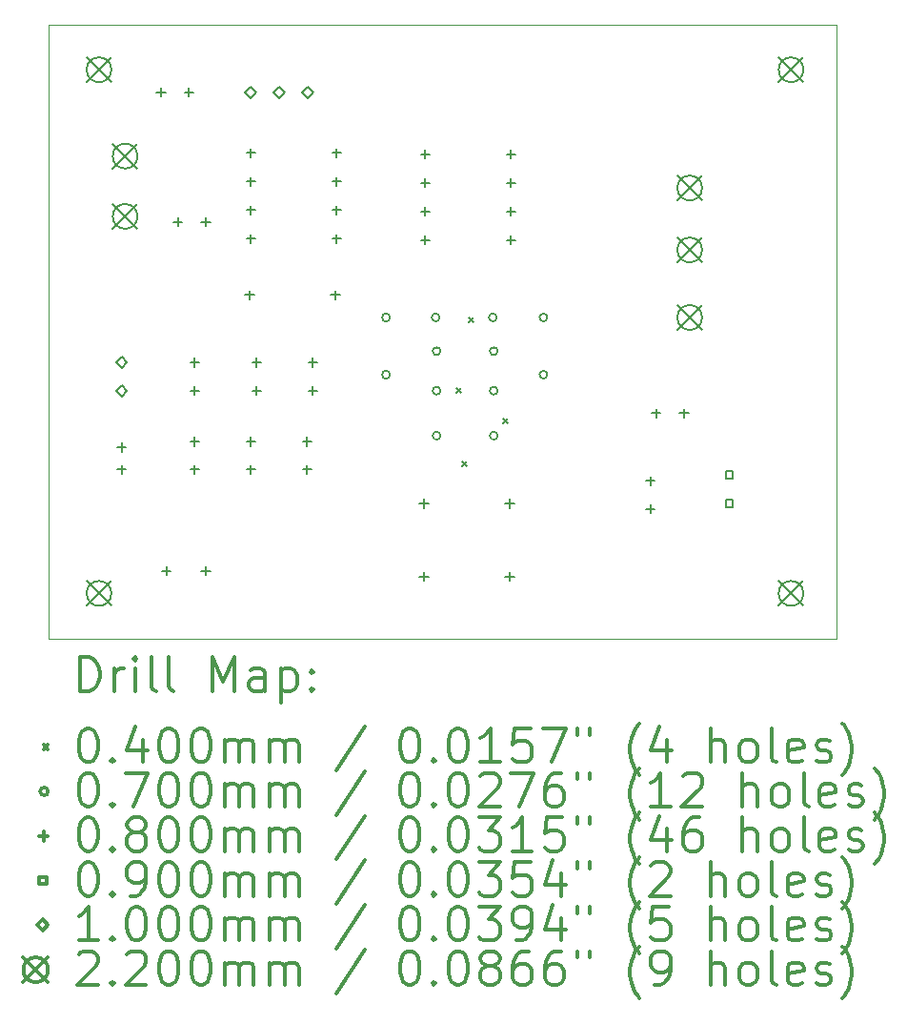
<source format=gbr>
%FSLAX45Y45*%
G04 Gerber Fmt 4.5, Leading zero omitted, Abs format (unit mm)*
G04 Created by KiCad (PCBNEW 5.1.10) date 2021-07-22 00:45:37*
%MOMM*%
%LPD*%
G01*
G04 APERTURE LIST*
%TA.AperFunction,Profile*%
%ADD10C,0.050000*%
%TD*%
%ADD11C,0.200000*%
%ADD12C,0.300000*%
G04 APERTURE END LIST*
D10*
X4100000Y-8500000D02*
X11100000Y-8500000D01*
X4100000Y-13950000D02*
X4100000Y-8500000D01*
X11100000Y-13950000D02*
X4100000Y-13950000D01*
X11100000Y-8500000D02*
X11100000Y-13950000D01*
D11*
X7730000Y-11730000D02*
X7770000Y-11770000D01*
X7770000Y-11730000D02*
X7730000Y-11770000D01*
X7780000Y-12380000D02*
X7820000Y-12420000D01*
X7820000Y-12380000D02*
X7780000Y-12420000D01*
X7840000Y-11100000D02*
X7880000Y-11140000D01*
X7880000Y-11100000D02*
X7840000Y-11140000D01*
X8140000Y-12000000D02*
X8180000Y-12040000D01*
X8180000Y-12000000D02*
X8140000Y-12040000D01*
X7135000Y-11100000D02*
G75*
G03*
X7135000Y-11100000I-35000J0D01*
G01*
X7135000Y-11608000D02*
G75*
G03*
X7135000Y-11608000I-35000J0D01*
G01*
X7577000Y-11100000D02*
G75*
G03*
X7577000Y-11100000I-35000J0D01*
G01*
X7585000Y-11400000D02*
G75*
G03*
X7585000Y-11400000I-35000J0D01*
G01*
X7585000Y-11750000D02*
G75*
G03*
X7585000Y-11750000I-35000J0D01*
G01*
X7585000Y-12150000D02*
G75*
G03*
X7585000Y-12150000I-35000J0D01*
G01*
X8085000Y-11100000D02*
G75*
G03*
X8085000Y-11100000I-35000J0D01*
G01*
X8093000Y-11400000D02*
G75*
G03*
X8093000Y-11400000I-35000J0D01*
G01*
X8093000Y-11750000D02*
G75*
G03*
X8093000Y-11750000I-35000J0D01*
G01*
X8093000Y-12150000D02*
G75*
G03*
X8093000Y-12150000I-35000J0D01*
G01*
X8535000Y-11100000D02*
G75*
G03*
X8535000Y-11100000I-35000J0D01*
G01*
X8535000Y-11608000D02*
G75*
G03*
X8535000Y-11608000I-35000J0D01*
G01*
X4750000Y-12210000D02*
X4750000Y-12290000D01*
X4710000Y-12250000D02*
X4790000Y-12250000D01*
X4750000Y-12410000D02*
X4750000Y-12490000D01*
X4710000Y-12450000D02*
X4790000Y-12450000D01*
X5100000Y-9060000D02*
X5100000Y-9140000D01*
X5060000Y-9100000D02*
X5140000Y-9100000D01*
X5150000Y-13310000D02*
X5150000Y-13390000D01*
X5110000Y-13350000D02*
X5190000Y-13350000D01*
X5250000Y-10210000D02*
X5250000Y-10290000D01*
X5210000Y-10250000D02*
X5290000Y-10250000D01*
X5350000Y-9060000D02*
X5350000Y-9140000D01*
X5310000Y-9100000D02*
X5390000Y-9100000D01*
X5400000Y-11460000D02*
X5400000Y-11540000D01*
X5360000Y-11500000D02*
X5440000Y-11500000D01*
X5400000Y-11710000D02*
X5400000Y-11790000D01*
X5360000Y-11750000D02*
X5440000Y-11750000D01*
X5400000Y-12160000D02*
X5400000Y-12240000D01*
X5360000Y-12200000D02*
X5440000Y-12200000D01*
X5400000Y-12410000D02*
X5400000Y-12490000D01*
X5360000Y-12450000D02*
X5440000Y-12450000D01*
X5500000Y-10210000D02*
X5500000Y-10290000D01*
X5460000Y-10250000D02*
X5540000Y-10250000D01*
X5500000Y-13310000D02*
X5500000Y-13390000D01*
X5460000Y-13350000D02*
X5540000Y-13350000D01*
X5888000Y-10860000D02*
X5888000Y-10940000D01*
X5848000Y-10900000D02*
X5928000Y-10900000D01*
X5900000Y-9598000D02*
X5900000Y-9678000D01*
X5860000Y-9638000D02*
X5940000Y-9638000D01*
X5900000Y-9852000D02*
X5900000Y-9932000D01*
X5860000Y-9892000D02*
X5940000Y-9892000D01*
X5900000Y-10106000D02*
X5900000Y-10186000D01*
X5860000Y-10146000D02*
X5940000Y-10146000D01*
X5900000Y-10360000D02*
X5900000Y-10440000D01*
X5860000Y-10400000D02*
X5940000Y-10400000D01*
X5900000Y-12160000D02*
X5900000Y-12240000D01*
X5860000Y-12200000D02*
X5940000Y-12200000D01*
X5900000Y-12410000D02*
X5900000Y-12490000D01*
X5860000Y-12450000D02*
X5940000Y-12450000D01*
X5950000Y-11460000D02*
X5950000Y-11540000D01*
X5910000Y-11500000D02*
X5990000Y-11500000D01*
X5950000Y-11710000D02*
X5950000Y-11790000D01*
X5910000Y-11750000D02*
X5990000Y-11750000D01*
X6400000Y-12160000D02*
X6400000Y-12240000D01*
X6360000Y-12200000D02*
X6440000Y-12200000D01*
X6400000Y-12410000D02*
X6400000Y-12490000D01*
X6360000Y-12450000D02*
X6440000Y-12450000D01*
X6450000Y-11460000D02*
X6450000Y-11540000D01*
X6410000Y-11500000D02*
X6490000Y-11500000D01*
X6450000Y-11710000D02*
X6450000Y-11790000D01*
X6410000Y-11750000D02*
X6490000Y-11750000D01*
X6650000Y-10860000D02*
X6650000Y-10940000D01*
X6610000Y-10900000D02*
X6690000Y-10900000D01*
X6662000Y-9598000D02*
X6662000Y-9678000D01*
X6622000Y-9638000D02*
X6702000Y-9638000D01*
X6662000Y-9852000D02*
X6662000Y-9932000D01*
X6622000Y-9892000D02*
X6702000Y-9892000D01*
X6662000Y-10106000D02*
X6662000Y-10186000D01*
X6622000Y-10146000D02*
X6702000Y-10146000D01*
X6662000Y-10360000D02*
X6662000Y-10440000D01*
X6622000Y-10400000D02*
X6702000Y-10400000D01*
X7438000Y-12710000D02*
X7438000Y-12790000D01*
X7398000Y-12750000D02*
X7478000Y-12750000D01*
X7438000Y-13360000D02*
X7438000Y-13440000D01*
X7398000Y-13400000D02*
X7478000Y-13400000D01*
X7450000Y-9610000D02*
X7450000Y-9690000D01*
X7410000Y-9650000D02*
X7490000Y-9650000D01*
X7450000Y-9864000D02*
X7450000Y-9944000D01*
X7410000Y-9904000D02*
X7490000Y-9904000D01*
X7450000Y-10118000D02*
X7450000Y-10198000D01*
X7410000Y-10158000D02*
X7490000Y-10158000D01*
X7450000Y-10372000D02*
X7450000Y-10452000D01*
X7410000Y-10412000D02*
X7490000Y-10412000D01*
X8200000Y-12710000D02*
X8200000Y-12790000D01*
X8160000Y-12750000D02*
X8240000Y-12750000D01*
X8200000Y-13360000D02*
X8200000Y-13440000D01*
X8160000Y-13400000D02*
X8240000Y-13400000D01*
X8212000Y-9610000D02*
X8212000Y-9690000D01*
X8172000Y-9650000D02*
X8252000Y-9650000D01*
X8212000Y-9864000D02*
X8212000Y-9944000D01*
X8172000Y-9904000D02*
X8252000Y-9904000D01*
X8212000Y-10118000D02*
X8212000Y-10198000D01*
X8172000Y-10158000D02*
X8252000Y-10158000D01*
X8212000Y-10372000D02*
X8212000Y-10452000D01*
X8172000Y-10412000D02*
X8252000Y-10412000D01*
X9450000Y-12510000D02*
X9450000Y-12590000D01*
X9410000Y-12550000D02*
X9490000Y-12550000D01*
X9450000Y-12760000D02*
X9450000Y-12840000D01*
X9410000Y-12800000D02*
X9490000Y-12800000D01*
X9500000Y-11910000D02*
X9500000Y-11990000D01*
X9460000Y-11950000D02*
X9540000Y-11950000D01*
X9750000Y-11910000D02*
X9750000Y-11990000D01*
X9710000Y-11950000D02*
X9790000Y-11950000D01*
X10181820Y-12527820D02*
X10181820Y-12464180D01*
X10118180Y-12464180D01*
X10118180Y-12527820D01*
X10181820Y-12527820D01*
X10181820Y-12781820D02*
X10181820Y-12718180D01*
X10118180Y-12718180D01*
X10118180Y-12781820D01*
X10181820Y-12781820D01*
X4750000Y-11550000D02*
X4800000Y-11500000D01*
X4750000Y-11450000D01*
X4700000Y-11500000D01*
X4750000Y-11550000D01*
X4750000Y-11804000D02*
X4800000Y-11754000D01*
X4750000Y-11704000D01*
X4700000Y-11754000D01*
X4750000Y-11804000D01*
X5900000Y-9150000D02*
X5950000Y-9100000D01*
X5900000Y-9050000D01*
X5850000Y-9100000D01*
X5900000Y-9150000D01*
X6154000Y-9150000D02*
X6204000Y-9100000D01*
X6154000Y-9050000D01*
X6104000Y-9100000D01*
X6154000Y-9150000D01*
X6408000Y-9150000D02*
X6458000Y-9100000D01*
X6408000Y-9050000D01*
X6358000Y-9100000D01*
X6408000Y-9150000D01*
X4440000Y-8790000D02*
X4660000Y-9010000D01*
X4660000Y-8790000D02*
X4440000Y-9010000D01*
X4660000Y-8900000D02*
G75*
G03*
X4660000Y-8900000I-110000J0D01*
G01*
X4440000Y-13440000D02*
X4660000Y-13660000D01*
X4660000Y-13440000D02*
X4440000Y-13660000D01*
X4660000Y-13550000D02*
G75*
G03*
X4660000Y-13550000I-110000J0D01*
G01*
X4672500Y-9557500D02*
X4892500Y-9777500D01*
X4892500Y-9557500D02*
X4672500Y-9777500D01*
X4892500Y-9667500D02*
G75*
G03*
X4892500Y-9667500I-110000J0D01*
G01*
X4672500Y-10092500D02*
X4892500Y-10312500D01*
X4892500Y-10092500D02*
X4672500Y-10312500D01*
X4892500Y-10202500D02*
G75*
G03*
X4892500Y-10202500I-110000J0D01*
G01*
X9690000Y-9840000D02*
X9910000Y-10060000D01*
X9910000Y-9840000D02*
X9690000Y-10060000D01*
X9910000Y-9950000D02*
G75*
G03*
X9910000Y-9950000I-110000J0D01*
G01*
X9690000Y-10390000D02*
X9910000Y-10610000D01*
X9910000Y-10390000D02*
X9690000Y-10610000D01*
X9910000Y-10500000D02*
G75*
G03*
X9910000Y-10500000I-110000J0D01*
G01*
X9690000Y-10990000D02*
X9910000Y-11210000D01*
X9910000Y-10990000D02*
X9690000Y-11210000D01*
X9910000Y-11100000D02*
G75*
G03*
X9910000Y-11100000I-110000J0D01*
G01*
X10590000Y-8790000D02*
X10810000Y-9010000D01*
X10810000Y-8790000D02*
X10590000Y-9010000D01*
X10810000Y-8900000D02*
G75*
G03*
X10810000Y-8900000I-110000J0D01*
G01*
X10590000Y-13440000D02*
X10810000Y-13660000D01*
X10810000Y-13440000D02*
X10590000Y-13660000D01*
X10810000Y-13550000D02*
G75*
G03*
X10810000Y-13550000I-110000J0D01*
G01*
D12*
X4383928Y-14418214D02*
X4383928Y-14118214D01*
X4455357Y-14118214D01*
X4498214Y-14132500D01*
X4526786Y-14161071D01*
X4541071Y-14189643D01*
X4555357Y-14246786D01*
X4555357Y-14289643D01*
X4541071Y-14346786D01*
X4526786Y-14375357D01*
X4498214Y-14403929D01*
X4455357Y-14418214D01*
X4383928Y-14418214D01*
X4683928Y-14418214D02*
X4683928Y-14218214D01*
X4683928Y-14275357D02*
X4698214Y-14246786D01*
X4712500Y-14232500D01*
X4741071Y-14218214D01*
X4769643Y-14218214D01*
X4869643Y-14418214D02*
X4869643Y-14218214D01*
X4869643Y-14118214D02*
X4855357Y-14132500D01*
X4869643Y-14146786D01*
X4883928Y-14132500D01*
X4869643Y-14118214D01*
X4869643Y-14146786D01*
X5055357Y-14418214D02*
X5026786Y-14403929D01*
X5012500Y-14375357D01*
X5012500Y-14118214D01*
X5212500Y-14418214D02*
X5183928Y-14403929D01*
X5169643Y-14375357D01*
X5169643Y-14118214D01*
X5555357Y-14418214D02*
X5555357Y-14118214D01*
X5655357Y-14332500D01*
X5755357Y-14118214D01*
X5755357Y-14418214D01*
X6026786Y-14418214D02*
X6026786Y-14261071D01*
X6012500Y-14232500D01*
X5983928Y-14218214D01*
X5926786Y-14218214D01*
X5898214Y-14232500D01*
X6026786Y-14403929D02*
X5998214Y-14418214D01*
X5926786Y-14418214D01*
X5898214Y-14403929D01*
X5883928Y-14375357D01*
X5883928Y-14346786D01*
X5898214Y-14318214D01*
X5926786Y-14303929D01*
X5998214Y-14303929D01*
X6026786Y-14289643D01*
X6169643Y-14218214D02*
X6169643Y-14518214D01*
X6169643Y-14232500D02*
X6198214Y-14218214D01*
X6255357Y-14218214D01*
X6283928Y-14232500D01*
X6298214Y-14246786D01*
X6312500Y-14275357D01*
X6312500Y-14361071D01*
X6298214Y-14389643D01*
X6283928Y-14403929D01*
X6255357Y-14418214D01*
X6198214Y-14418214D01*
X6169643Y-14403929D01*
X6441071Y-14389643D02*
X6455357Y-14403929D01*
X6441071Y-14418214D01*
X6426786Y-14403929D01*
X6441071Y-14389643D01*
X6441071Y-14418214D01*
X6441071Y-14232500D02*
X6455357Y-14246786D01*
X6441071Y-14261071D01*
X6426786Y-14246786D01*
X6441071Y-14232500D01*
X6441071Y-14261071D01*
X4057500Y-14892500D02*
X4097500Y-14932500D01*
X4097500Y-14892500D02*
X4057500Y-14932500D01*
X4441071Y-14748214D02*
X4469643Y-14748214D01*
X4498214Y-14762500D01*
X4512500Y-14776786D01*
X4526786Y-14805357D01*
X4541071Y-14862500D01*
X4541071Y-14933929D01*
X4526786Y-14991071D01*
X4512500Y-15019643D01*
X4498214Y-15033929D01*
X4469643Y-15048214D01*
X4441071Y-15048214D01*
X4412500Y-15033929D01*
X4398214Y-15019643D01*
X4383928Y-14991071D01*
X4369643Y-14933929D01*
X4369643Y-14862500D01*
X4383928Y-14805357D01*
X4398214Y-14776786D01*
X4412500Y-14762500D01*
X4441071Y-14748214D01*
X4669643Y-15019643D02*
X4683928Y-15033929D01*
X4669643Y-15048214D01*
X4655357Y-15033929D01*
X4669643Y-15019643D01*
X4669643Y-15048214D01*
X4941071Y-14848214D02*
X4941071Y-15048214D01*
X4869643Y-14733929D02*
X4798214Y-14948214D01*
X4983928Y-14948214D01*
X5155357Y-14748214D02*
X5183928Y-14748214D01*
X5212500Y-14762500D01*
X5226786Y-14776786D01*
X5241071Y-14805357D01*
X5255357Y-14862500D01*
X5255357Y-14933929D01*
X5241071Y-14991071D01*
X5226786Y-15019643D01*
X5212500Y-15033929D01*
X5183928Y-15048214D01*
X5155357Y-15048214D01*
X5126786Y-15033929D01*
X5112500Y-15019643D01*
X5098214Y-14991071D01*
X5083928Y-14933929D01*
X5083928Y-14862500D01*
X5098214Y-14805357D01*
X5112500Y-14776786D01*
X5126786Y-14762500D01*
X5155357Y-14748214D01*
X5441071Y-14748214D02*
X5469643Y-14748214D01*
X5498214Y-14762500D01*
X5512500Y-14776786D01*
X5526786Y-14805357D01*
X5541071Y-14862500D01*
X5541071Y-14933929D01*
X5526786Y-14991071D01*
X5512500Y-15019643D01*
X5498214Y-15033929D01*
X5469643Y-15048214D01*
X5441071Y-15048214D01*
X5412500Y-15033929D01*
X5398214Y-15019643D01*
X5383928Y-14991071D01*
X5369643Y-14933929D01*
X5369643Y-14862500D01*
X5383928Y-14805357D01*
X5398214Y-14776786D01*
X5412500Y-14762500D01*
X5441071Y-14748214D01*
X5669643Y-15048214D02*
X5669643Y-14848214D01*
X5669643Y-14876786D02*
X5683928Y-14862500D01*
X5712500Y-14848214D01*
X5755357Y-14848214D01*
X5783928Y-14862500D01*
X5798214Y-14891071D01*
X5798214Y-15048214D01*
X5798214Y-14891071D02*
X5812500Y-14862500D01*
X5841071Y-14848214D01*
X5883928Y-14848214D01*
X5912500Y-14862500D01*
X5926786Y-14891071D01*
X5926786Y-15048214D01*
X6069643Y-15048214D02*
X6069643Y-14848214D01*
X6069643Y-14876786D02*
X6083928Y-14862500D01*
X6112500Y-14848214D01*
X6155357Y-14848214D01*
X6183928Y-14862500D01*
X6198214Y-14891071D01*
X6198214Y-15048214D01*
X6198214Y-14891071D02*
X6212500Y-14862500D01*
X6241071Y-14848214D01*
X6283928Y-14848214D01*
X6312500Y-14862500D01*
X6326786Y-14891071D01*
X6326786Y-15048214D01*
X6912500Y-14733929D02*
X6655357Y-15119643D01*
X7298214Y-14748214D02*
X7326786Y-14748214D01*
X7355357Y-14762500D01*
X7369643Y-14776786D01*
X7383928Y-14805357D01*
X7398214Y-14862500D01*
X7398214Y-14933929D01*
X7383928Y-14991071D01*
X7369643Y-15019643D01*
X7355357Y-15033929D01*
X7326786Y-15048214D01*
X7298214Y-15048214D01*
X7269643Y-15033929D01*
X7255357Y-15019643D01*
X7241071Y-14991071D01*
X7226786Y-14933929D01*
X7226786Y-14862500D01*
X7241071Y-14805357D01*
X7255357Y-14776786D01*
X7269643Y-14762500D01*
X7298214Y-14748214D01*
X7526786Y-15019643D02*
X7541071Y-15033929D01*
X7526786Y-15048214D01*
X7512500Y-15033929D01*
X7526786Y-15019643D01*
X7526786Y-15048214D01*
X7726786Y-14748214D02*
X7755357Y-14748214D01*
X7783928Y-14762500D01*
X7798214Y-14776786D01*
X7812500Y-14805357D01*
X7826786Y-14862500D01*
X7826786Y-14933929D01*
X7812500Y-14991071D01*
X7798214Y-15019643D01*
X7783928Y-15033929D01*
X7755357Y-15048214D01*
X7726786Y-15048214D01*
X7698214Y-15033929D01*
X7683928Y-15019643D01*
X7669643Y-14991071D01*
X7655357Y-14933929D01*
X7655357Y-14862500D01*
X7669643Y-14805357D01*
X7683928Y-14776786D01*
X7698214Y-14762500D01*
X7726786Y-14748214D01*
X8112500Y-15048214D02*
X7941071Y-15048214D01*
X8026786Y-15048214D02*
X8026786Y-14748214D01*
X7998214Y-14791071D01*
X7969643Y-14819643D01*
X7941071Y-14833929D01*
X8383928Y-14748214D02*
X8241071Y-14748214D01*
X8226786Y-14891071D01*
X8241071Y-14876786D01*
X8269643Y-14862500D01*
X8341071Y-14862500D01*
X8369643Y-14876786D01*
X8383928Y-14891071D01*
X8398214Y-14919643D01*
X8398214Y-14991071D01*
X8383928Y-15019643D01*
X8369643Y-15033929D01*
X8341071Y-15048214D01*
X8269643Y-15048214D01*
X8241071Y-15033929D01*
X8226786Y-15019643D01*
X8498214Y-14748214D02*
X8698214Y-14748214D01*
X8569643Y-15048214D01*
X8798214Y-14748214D02*
X8798214Y-14805357D01*
X8912500Y-14748214D02*
X8912500Y-14805357D01*
X9355357Y-15162500D02*
X9341071Y-15148214D01*
X9312500Y-15105357D01*
X9298214Y-15076786D01*
X9283928Y-15033929D01*
X9269643Y-14962500D01*
X9269643Y-14905357D01*
X9283928Y-14833929D01*
X9298214Y-14791071D01*
X9312500Y-14762500D01*
X9341071Y-14719643D01*
X9355357Y-14705357D01*
X9598214Y-14848214D02*
X9598214Y-15048214D01*
X9526786Y-14733929D02*
X9455357Y-14948214D01*
X9641071Y-14948214D01*
X9983928Y-15048214D02*
X9983928Y-14748214D01*
X10112500Y-15048214D02*
X10112500Y-14891071D01*
X10098214Y-14862500D01*
X10069643Y-14848214D01*
X10026786Y-14848214D01*
X9998214Y-14862500D01*
X9983928Y-14876786D01*
X10298214Y-15048214D02*
X10269643Y-15033929D01*
X10255357Y-15019643D01*
X10241071Y-14991071D01*
X10241071Y-14905357D01*
X10255357Y-14876786D01*
X10269643Y-14862500D01*
X10298214Y-14848214D01*
X10341071Y-14848214D01*
X10369643Y-14862500D01*
X10383928Y-14876786D01*
X10398214Y-14905357D01*
X10398214Y-14991071D01*
X10383928Y-15019643D01*
X10369643Y-15033929D01*
X10341071Y-15048214D01*
X10298214Y-15048214D01*
X10569643Y-15048214D02*
X10541071Y-15033929D01*
X10526786Y-15005357D01*
X10526786Y-14748214D01*
X10798214Y-15033929D02*
X10769643Y-15048214D01*
X10712500Y-15048214D01*
X10683928Y-15033929D01*
X10669643Y-15005357D01*
X10669643Y-14891071D01*
X10683928Y-14862500D01*
X10712500Y-14848214D01*
X10769643Y-14848214D01*
X10798214Y-14862500D01*
X10812500Y-14891071D01*
X10812500Y-14919643D01*
X10669643Y-14948214D01*
X10926786Y-15033929D02*
X10955357Y-15048214D01*
X11012500Y-15048214D01*
X11041071Y-15033929D01*
X11055357Y-15005357D01*
X11055357Y-14991071D01*
X11041071Y-14962500D01*
X11012500Y-14948214D01*
X10969643Y-14948214D01*
X10941071Y-14933929D01*
X10926786Y-14905357D01*
X10926786Y-14891071D01*
X10941071Y-14862500D01*
X10969643Y-14848214D01*
X11012500Y-14848214D01*
X11041071Y-14862500D01*
X11155357Y-15162500D02*
X11169643Y-15148214D01*
X11198214Y-15105357D01*
X11212500Y-15076786D01*
X11226786Y-15033929D01*
X11241071Y-14962500D01*
X11241071Y-14905357D01*
X11226786Y-14833929D01*
X11212500Y-14791071D01*
X11198214Y-14762500D01*
X11169643Y-14719643D01*
X11155357Y-14705357D01*
X4097500Y-15308500D02*
G75*
G03*
X4097500Y-15308500I-35000J0D01*
G01*
X4441071Y-15144214D02*
X4469643Y-15144214D01*
X4498214Y-15158500D01*
X4512500Y-15172786D01*
X4526786Y-15201357D01*
X4541071Y-15258500D01*
X4541071Y-15329929D01*
X4526786Y-15387071D01*
X4512500Y-15415643D01*
X4498214Y-15429929D01*
X4469643Y-15444214D01*
X4441071Y-15444214D01*
X4412500Y-15429929D01*
X4398214Y-15415643D01*
X4383928Y-15387071D01*
X4369643Y-15329929D01*
X4369643Y-15258500D01*
X4383928Y-15201357D01*
X4398214Y-15172786D01*
X4412500Y-15158500D01*
X4441071Y-15144214D01*
X4669643Y-15415643D02*
X4683928Y-15429929D01*
X4669643Y-15444214D01*
X4655357Y-15429929D01*
X4669643Y-15415643D01*
X4669643Y-15444214D01*
X4783928Y-15144214D02*
X4983928Y-15144214D01*
X4855357Y-15444214D01*
X5155357Y-15144214D02*
X5183928Y-15144214D01*
X5212500Y-15158500D01*
X5226786Y-15172786D01*
X5241071Y-15201357D01*
X5255357Y-15258500D01*
X5255357Y-15329929D01*
X5241071Y-15387071D01*
X5226786Y-15415643D01*
X5212500Y-15429929D01*
X5183928Y-15444214D01*
X5155357Y-15444214D01*
X5126786Y-15429929D01*
X5112500Y-15415643D01*
X5098214Y-15387071D01*
X5083928Y-15329929D01*
X5083928Y-15258500D01*
X5098214Y-15201357D01*
X5112500Y-15172786D01*
X5126786Y-15158500D01*
X5155357Y-15144214D01*
X5441071Y-15144214D02*
X5469643Y-15144214D01*
X5498214Y-15158500D01*
X5512500Y-15172786D01*
X5526786Y-15201357D01*
X5541071Y-15258500D01*
X5541071Y-15329929D01*
X5526786Y-15387071D01*
X5512500Y-15415643D01*
X5498214Y-15429929D01*
X5469643Y-15444214D01*
X5441071Y-15444214D01*
X5412500Y-15429929D01*
X5398214Y-15415643D01*
X5383928Y-15387071D01*
X5369643Y-15329929D01*
X5369643Y-15258500D01*
X5383928Y-15201357D01*
X5398214Y-15172786D01*
X5412500Y-15158500D01*
X5441071Y-15144214D01*
X5669643Y-15444214D02*
X5669643Y-15244214D01*
X5669643Y-15272786D02*
X5683928Y-15258500D01*
X5712500Y-15244214D01*
X5755357Y-15244214D01*
X5783928Y-15258500D01*
X5798214Y-15287071D01*
X5798214Y-15444214D01*
X5798214Y-15287071D02*
X5812500Y-15258500D01*
X5841071Y-15244214D01*
X5883928Y-15244214D01*
X5912500Y-15258500D01*
X5926786Y-15287071D01*
X5926786Y-15444214D01*
X6069643Y-15444214D02*
X6069643Y-15244214D01*
X6069643Y-15272786D02*
X6083928Y-15258500D01*
X6112500Y-15244214D01*
X6155357Y-15244214D01*
X6183928Y-15258500D01*
X6198214Y-15287071D01*
X6198214Y-15444214D01*
X6198214Y-15287071D02*
X6212500Y-15258500D01*
X6241071Y-15244214D01*
X6283928Y-15244214D01*
X6312500Y-15258500D01*
X6326786Y-15287071D01*
X6326786Y-15444214D01*
X6912500Y-15129929D02*
X6655357Y-15515643D01*
X7298214Y-15144214D02*
X7326786Y-15144214D01*
X7355357Y-15158500D01*
X7369643Y-15172786D01*
X7383928Y-15201357D01*
X7398214Y-15258500D01*
X7398214Y-15329929D01*
X7383928Y-15387071D01*
X7369643Y-15415643D01*
X7355357Y-15429929D01*
X7326786Y-15444214D01*
X7298214Y-15444214D01*
X7269643Y-15429929D01*
X7255357Y-15415643D01*
X7241071Y-15387071D01*
X7226786Y-15329929D01*
X7226786Y-15258500D01*
X7241071Y-15201357D01*
X7255357Y-15172786D01*
X7269643Y-15158500D01*
X7298214Y-15144214D01*
X7526786Y-15415643D02*
X7541071Y-15429929D01*
X7526786Y-15444214D01*
X7512500Y-15429929D01*
X7526786Y-15415643D01*
X7526786Y-15444214D01*
X7726786Y-15144214D02*
X7755357Y-15144214D01*
X7783928Y-15158500D01*
X7798214Y-15172786D01*
X7812500Y-15201357D01*
X7826786Y-15258500D01*
X7826786Y-15329929D01*
X7812500Y-15387071D01*
X7798214Y-15415643D01*
X7783928Y-15429929D01*
X7755357Y-15444214D01*
X7726786Y-15444214D01*
X7698214Y-15429929D01*
X7683928Y-15415643D01*
X7669643Y-15387071D01*
X7655357Y-15329929D01*
X7655357Y-15258500D01*
X7669643Y-15201357D01*
X7683928Y-15172786D01*
X7698214Y-15158500D01*
X7726786Y-15144214D01*
X7941071Y-15172786D02*
X7955357Y-15158500D01*
X7983928Y-15144214D01*
X8055357Y-15144214D01*
X8083928Y-15158500D01*
X8098214Y-15172786D01*
X8112500Y-15201357D01*
X8112500Y-15229929D01*
X8098214Y-15272786D01*
X7926786Y-15444214D01*
X8112500Y-15444214D01*
X8212500Y-15144214D02*
X8412500Y-15144214D01*
X8283928Y-15444214D01*
X8655357Y-15144214D02*
X8598214Y-15144214D01*
X8569643Y-15158500D01*
X8555357Y-15172786D01*
X8526786Y-15215643D01*
X8512500Y-15272786D01*
X8512500Y-15387071D01*
X8526786Y-15415643D01*
X8541071Y-15429929D01*
X8569643Y-15444214D01*
X8626786Y-15444214D01*
X8655357Y-15429929D01*
X8669643Y-15415643D01*
X8683928Y-15387071D01*
X8683928Y-15315643D01*
X8669643Y-15287071D01*
X8655357Y-15272786D01*
X8626786Y-15258500D01*
X8569643Y-15258500D01*
X8541071Y-15272786D01*
X8526786Y-15287071D01*
X8512500Y-15315643D01*
X8798214Y-15144214D02*
X8798214Y-15201357D01*
X8912500Y-15144214D02*
X8912500Y-15201357D01*
X9355357Y-15558500D02*
X9341071Y-15544214D01*
X9312500Y-15501357D01*
X9298214Y-15472786D01*
X9283928Y-15429929D01*
X9269643Y-15358500D01*
X9269643Y-15301357D01*
X9283928Y-15229929D01*
X9298214Y-15187071D01*
X9312500Y-15158500D01*
X9341071Y-15115643D01*
X9355357Y-15101357D01*
X9626786Y-15444214D02*
X9455357Y-15444214D01*
X9541071Y-15444214D02*
X9541071Y-15144214D01*
X9512500Y-15187071D01*
X9483928Y-15215643D01*
X9455357Y-15229929D01*
X9741071Y-15172786D02*
X9755357Y-15158500D01*
X9783928Y-15144214D01*
X9855357Y-15144214D01*
X9883928Y-15158500D01*
X9898214Y-15172786D01*
X9912500Y-15201357D01*
X9912500Y-15229929D01*
X9898214Y-15272786D01*
X9726786Y-15444214D01*
X9912500Y-15444214D01*
X10269643Y-15444214D02*
X10269643Y-15144214D01*
X10398214Y-15444214D02*
X10398214Y-15287071D01*
X10383928Y-15258500D01*
X10355357Y-15244214D01*
X10312500Y-15244214D01*
X10283928Y-15258500D01*
X10269643Y-15272786D01*
X10583928Y-15444214D02*
X10555357Y-15429929D01*
X10541071Y-15415643D01*
X10526786Y-15387071D01*
X10526786Y-15301357D01*
X10541071Y-15272786D01*
X10555357Y-15258500D01*
X10583928Y-15244214D01*
X10626786Y-15244214D01*
X10655357Y-15258500D01*
X10669643Y-15272786D01*
X10683928Y-15301357D01*
X10683928Y-15387071D01*
X10669643Y-15415643D01*
X10655357Y-15429929D01*
X10626786Y-15444214D01*
X10583928Y-15444214D01*
X10855357Y-15444214D02*
X10826786Y-15429929D01*
X10812500Y-15401357D01*
X10812500Y-15144214D01*
X11083928Y-15429929D02*
X11055357Y-15444214D01*
X10998214Y-15444214D01*
X10969643Y-15429929D01*
X10955357Y-15401357D01*
X10955357Y-15287071D01*
X10969643Y-15258500D01*
X10998214Y-15244214D01*
X11055357Y-15244214D01*
X11083928Y-15258500D01*
X11098214Y-15287071D01*
X11098214Y-15315643D01*
X10955357Y-15344214D01*
X11212500Y-15429929D02*
X11241071Y-15444214D01*
X11298214Y-15444214D01*
X11326786Y-15429929D01*
X11341071Y-15401357D01*
X11341071Y-15387071D01*
X11326786Y-15358500D01*
X11298214Y-15344214D01*
X11255357Y-15344214D01*
X11226786Y-15329929D01*
X11212500Y-15301357D01*
X11212500Y-15287071D01*
X11226786Y-15258500D01*
X11255357Y-15244214D01*
X11298214Y-15244214D01*
X11326786Y-15258500D01*
X11441071Y-15558500D02*
X11455357Y-15544214D01*
X11483928Y-15501357D01*
X11498214Y-15472786D01*
X11512500Y-15429929D01*
X11526786Y-15358500D01*
X11526786Y-15301357D01*
X11512500Y-15229929D01*
X11498214Y-15187071D01*
X11483928Y-15158500D01*
X11455357Y-15115643D01*
X11441071Y-15101357D01*
X4057500Y-15664500D02*
X4057500Y-15744500D01*
X4017500Y-15704500D02*
X4097500Y-15704500D01*
X4441071Y-15540214D02*
X4469643Y-15540214D01*
X4498214Y-15554500D01*
X4512500Y-15568786D01*
X4526786Y-15597357D01*
X4541071Y-15654500D01*
X4541071Y-15725929D01*
X4526786Y-15783071D01*
X4512500Y-15811643D01*
X4498214Y-15825929D01*
X4469643Y-15840214D01*
X4441071Y-15840214D01*
X4412500Y-15825929D01*
X4398214Y-15811643D01*
X4383928Y-15783071D01*
X4369643Y-15725929D01*
X4369643Y-15654500D01*
X4383928Y-15597357D01*
X4398214Y-15568786D01*
X4412500Y-15554500D01*
X4441071Y-15540214D01*
X4669643Y-15811643D02*
X4683928Y-15825929D01*
X4669643Y-15840214D01*
X4655357Y-15825929D01*
X4669643Y-15811643D01*
X4669643Y-15840214D01*
X4855357Y-15668786D02*
X4826786Y-15654500D01*
X4812500Y-15640214D01*
X4798214Y-15611643D01*
X4798214Y-15597357D01*
X4812500Y-15568786D01*
X4826786Y-15554500D01*
X4855357Y-15540214D01*
X4912500Y-15540214D01*
X4941071Y-15554500D01*
X4955357Y-15568786D01*
X4969643Y-15597357D01*
X4969643Y-15611643D01*
X4955357Y-15640214D01*
X4941071Y-15654500D01*
X4912500Y-15668786D01*
X4855357Y-15668786D01*
X4826786Y-15683071D01*
X4812500Y-15697357D01*
X4798214Y-15725929D01*
X4798214Y-15783071D01*
X4812500Y-15811643D01*
X4826786Y-15825929D01*
X4855357Y-15840214D01*
X4912500Y-15840214D01*
X4941071Y-15825929D01*
X4955357Y-15811643D01*
X4969643Y-15783071D01*
X4969643Y-15725929D01*
X4955357Y-15697357D01*
X4941071Y-15683071D01*
X4912500Y-15668786D01*
X5155357Y-15540214D02*
X5183928Y-15540214D01*
X5212500Y-15554500D01*
X5226786Y-15568786D01*
X5241071Y-15597357D01*
X5255357Y-15654500D01*
X5255357Y-15725929D01*
X5241071Y-15783071D01*
X5226786Y-15811643D01*
X5212500Y-15825929D01*
X5183928Y-15840214D01*
X5155357Y-15840214D01*
X5126786Y-15825929D01*
X5112500Y-15811643D01*
X5098214Y-15783071D01*
X5083928Y-15725929D01*
X5083928Y-15654500D01*
X5098214Y-15597357D01*
X5112500Y-15568786D01*
X5126786Y-15554500D01*
X5155357Y-15540214D01*
X5441071Y-15540214D02*
X5469643Y-15540214D01*
X5498214Y-15554500D01*
X5512500Y-15568786D01*
X5526786Y-15597357D01*
X5541071Y-15654500D01*
X5541071Y-15725929D01*
X5526786Y-15783071D01*
X5512500Y-15811643D01*
X5498214Y-15825929D01*
X5469643Y-15840214D01*
X5441071Y-15840214D01*
X5412500Y-15825929D01*
X5398214Y-15811643D01*
X5383928Y-15783071D01*
X5369643Y-15725929D01*
X5369643Y-15654500D01*
X5383928Y-15597357D01*
X5398214Y-15568786D01*
X5412500Y-15554500D01*
X5441071Y-15540214D01*
X5669643Y-15840214D02*
X5669643Y-15640214D01*
X5669643Y-15668786D02*
X5683928Y-15654500D01*
X5712500Y-15640214D01*
X5755357Y-15640214D01*
X5783928Y-15654500D01*
X5798214Y-15683071D01*
X5798214Y-15840214D01*
X5798214Y-15683071D02*
X5812500Y-15654500D01*
X5841071Y-15640214D01*
X5883928Y-15640214D01*
X5912500Y-15654500D01*
X5926786Y-15683071D01*
X5926786Y-15840214D01*
X6069643Y-15840214D02*
X6069643Y-15640214D01*
X6069643Y-15668786D02*
X6083928Y-15654500D01*
X6112500Y-15640214D01*
X6155357Y-15640214D01*
X6183928Y-15654500D01*
X6198214Y-15683071D01*
X6198214Y-15840214D01*
X6198214Y-15683071D02*
X6212500Y-15654500D01*
X6241071Y-15640214D01*
X6283928Y-15640214D01*
X6312500Y-15654500D01*
X6326786Y-15683071D01*
X6326786Y-15840214D01*
X6912500Y-15525929D02*
X6655357Y-15911643D01*
X7298214Y-15540214D02*
X7326786Y-15540214D01*
X7355357Y-15554500D01*
X7369643Y-15568786D01*
X7383928Y-15597357D01*
X7398214Y-15654500D01*
X7398214Y-15725929D01*
X7383928Y-15783071D01*
X7369643Y-15811643D01*
X7355357Y-15825929D01*
X7326786Y-15840214D01*
X7298214Y-15840214D01*
X7269643Y-15825929D01*
X7255357Y-15811643D01*
X7241071Y-15783071D01*
X7226786Y-15725929D01*
X7226786Y-15654500D01*
X7241071Y-15597357D01*
X7255357Y-15568786D01*
X7269643Y-15554500D01*
X7298214Y-15540214D01*
X7526786Y-15811643D02*
X7541071Y-15825929D01*
X7526786Y-15840214D01*
X7512500Y-15825929D01*
X7526786Y-15811643D01*
X7526786Y-15840214D01*
X7726786Y-15540214D02*
X7755357Y-15540214D01*
X7783928Y-15554500D01*
X7798214Y-15568786D01*
X7812500Y-15597357D01*
X7826786Y-15654500D01*
X7826786Y-15725929D01*
X7812500Y-15783071D01*
X7798214Y-15811643D01*
X7783928Y-15825929D01*
X7755357Y-15840214D01*
X7726786Y-15840214D01*
X7698214Y-15825929D01*
X7683928Y-15811643D01*
X7669643Y-15783071D01*
X7655357Y-15725929D01*
X7655357Y-15654500D01*
X7669643Y-15597357D01*
X7683928Y-15568786D01*
X7698214Y-15554500D01*
X7726786Y-15540214D01*
X7926786Y-15540214D02*
X8112500Y-15540214D01*
X8012500Y-15654500D01*
X8055357Y-15654500D01*
X8083928Y-15668786D01*
X8098214Y-15683071D01*
X8112500Y-15711643D01*
X8112500Y-15783071D01*
X8098214Y-15811643D01*
X8083928Y-15825929D01*
X8055357Y-15840214D01*
X7969643Y-15840214D01*
X7941071Y-15825929D01*
X7926786Y-15811643D01*
X8398214Y-15840214D02*
X8226786Y-15840214D01*
X8312500Y-15840214D02*
X8312500Y-15540214D01*
X8283928Y-15583071D01*
X8255357Y-15611643D01*
X8226786Y-15625929D01*
X8669643Y-15540214D02*
X8526786Y-15540214D01*
X8512500Y-15683071D01*
X8526786Y-15668786D01*
X8555357Y-15654500D01*
X8626786Y-15654500D01*
X8655357Y-15668786D01*
X8669643Y-15683071D01*
X8683928Y-15711643D01*
X8683928Y-15783071D01*
X8669643Y-15811643D01*
X8655357Y-15825929D01*
X8626786Y-15840214D01*
X8555357Y-15840214D01*
X8526786Y-15825929D01*
X8512500Y-15811643D01*
X8798214Y-15540214D02*
X8798214Y-15597357D01*
X8912500Y-15540214D02*
X8912500Y-15597357D01*
X9355357Y-15954500D02*
X9341071Y-15940214D01*
X9312500Y-15897357D01*
X9298214Y-15868786D01*
X9283928Y-15825929D01*
X9269643Y-15754500D01*
X9269643Y-15697357D01*
X9283928Y-15625929D01*
X9298214Y-15583071D01*
X9312500Y-15554500D01*
X9341071Y-15511643D01*
X9355357Y-15497357D01*
X9598214Y-15640214D02*
X9598214Y-15840214D01*
X9526786Y-15525929D02*
X9455357Y-15740214D01*
X9641071Y-15740214D01*
X9883928Y-15540214D02*
X9826786Y-15540214D01*
X9798214Y-15554500D01*
X9783928Y-15568786D01*
X9755357Y-15611643D01*
X9741071Y-15668786D01*
X9741071Y-15783071D01*
X9755357Y-15811643D01*
X9769643Y-15825929D01*
X9798214Y-15840214D01*
X9855357Y-15840214D01*
X9883928Y-15825929D01*
X9898214Y-15811643D01*
X9912500Y-15783071D01*
X9912500Y-15711643D01*
X9898214Y-15683071D01*
X9883928Y-15668786D01*
X9855357Y-15654500D01*
X9798214Y-15654500D01*
X9769643Y-15668786D01*
X9755357Y-15683071D01*
X9741071Y-15711643D01*
X10269643Y-15840214D02*
X10269643Y-15540214D01*
X10398214Y-15840214D02*
X10398214Y-15683071D01*
X10383928Y-15654500D01*
X10355357Y-15640214D01*
X10312500Y-15640214D01*
X10283928Y-15654500D01*
X10269643Y-15668786D01*
X10583928Y-15840214D02*
X10555357Y-15825929D01*
X10541071Y-15811643D01*
X10526786Y-15783071D01*
X10526786Y-15697357D01*
X10541071Y-15668786D01*
X10555357Y-15654500D01*
X10583928Y-15640214D01*
X10626786Y-15640214D01*
X10655357Y-15654500D01*
X10669643Y-15668786D01*
X10683928Y-15697357D01*
X10683928Y-15783071D01*
X10669643Y-15811643D01*
X10655357Y-15825929D01*
X10626786Y-15840214D01*
X10583928Y-15840214D01*
X10855357Y-15840214D02*
X10826786Y-15825929D01*
X10812500Y-15797357D01*
X10812500Y-15540214D01*
X11083928Y-15825929D02*
X11055357Y-15840214D01*
X10998214Y-15840214D01*
X10969643Y-15825929D01*
X10955357Y-15797357D01*
X10955357Y-15683071D01*
X10969643Y-15654500D01*
X10998214Y-15640214D01*
X11055357Y-15640214D01*
X11083928Y-15654500D01*
X11098214Y-15683071D01*
X11098214Y-15711643D01*
X10955357Y-15740214D01*
X11212500Y-15825929D02*
X11241071Y-15840214D01*
X11298214Y-15840214D01*
X11326786Y-15825929D01*
X11341071Y-15797357D01*
X11341071Y-15783071D01*
X11326786Y-15754500D01*
X11298214Y-15740214D01*
X11255357Y-15740214D01*
X11226786Y-15725929D01*
X11212500Y-15697357D01*
X11212500Y-15683071D01*
X11226786Y-15654500D01*
X11255357Y-15640214D01*
X11298214Y-15640214D01*
X11326786Y-15654500D01*
X11441071Y-15954500D02*
X11455357Y-15940214D01*
X11483928Y-15897357D01*
X11498214Y-15868786D01*
X11512500Y-15825929D01*
X11526786Y-15754500D01*
X11526786Y-15697357D01*
X11512500Y-15625929D01*
X11498214Y-15583071D01*
X11483928Y-15554500D01*
X11455357Y-15511643D01*
X11441071Y-15497357D01*
X4084320Y-16132320D02*
X4084320Y-16068680D01*
X4020680Y-16068680D01*
X4020680Y-16132320D01*
X4084320Y-16132320D01*
X4441071Y-15936214D02*
X4469643Y-15936214D01*
X4498214Y-15950500D01*
X4512500Y-15964786D01*
X4526786Y-15993357D01*
X4541071Y-16050500D01*
X4541071Y-16121929D01*
X4526786Y-16179071D01*
X4512500Y-16207643D01*
X4498214Y-16221929D01*
X4469643Y-16236214D01*
X4441071Y-16236214D01*
X4412500Y-16221929D01*
X4398214Y-16207643D01*
X4383928Y-16179071D01*
X4369643Y-16121929D01*
X4369643Y-16050500D01*
X4383928Y-15993357D01*
X4398214Y-15964786D01*
X4412500Y-15950500D01*
X4441071Y-15936214D01*
X4669643Y-16207643D02*
X4683928Y-16221929D01*
X4669643Y-16236214D01*
X4655357Y-16221929D01*
X4669643Y-16207643D01*
X4669643Y-16236214D01*
X4826786Y-16236214D02*
X4883928Y-16236214D01*
X4912500Y-16221929D01*
X4926786Y-16207643D01*
X4955357Y-16164786D01*
X4969643Y-16107643D01*
X4969643Y-15993357D01*
X4955357Y-15964786D01*
X4941071Y-15950500D01*
X4912500Y-15936214D01*
X4855357Y-15936214D01*
X4826786Y-15950500D01*
X4812500Y-15964786D01*
X4798214Y-15993357D01*
X4798214Y-16064786D01*
X4812500Y-16093357D01*
X4826786Y-16107643D01*
X4855357Y-16121929D01*
X4912500Y-16121929D01*
X4941071Y-16107643D01*
X4955357Y-16093357D01*
X4969643Y-16064786D01*
X5155357Y-15936214D02*
X5183928Y-15936214D01*
X5212500Y-15950500D01*
X5226786Y-15964786D01*
X5241071Y-15993357D01*
X5255357Y-16050500D01*
X5255357Y-16121929D01*
X5241071Y-16179071D01*
X5226786Y-16207643D01*
X5212500Y-16221929D01*
X5183928Y-16236214D01*
X5155357Y-16236214D01*
X5126786Y-16221929D01*
X5112500Y-16207643D01*
X5098214Y-16179071D01*
X5083928Y-16121929D01*
X5083928Y-16050500D01*
X5098214Y-15993357D01*
X5112500Y-15964786D01*
X5126786Y-15950500D01*
X5155357Y-15936214D01*
X5441071Y-15936214D02*
X5469643Y-15936214D01*
X5498214Y-15950500D01*
X5512500Y-15964786D01*
X5526786Y-15993357D01*
X5541071Y-16050500D01*
X5541071Y-16121929D01*
X5526786Y-16179071D01*
X5512500Y-16207643D01*
X5498214Y-16221929D01*
X5469643Y-16236214D01*
X5441071Y-16236214D01*
X5412500Y-16221929D01*
X5398214Y-16207643D01*
X5383928Y-16179071D01*
X5369643Y-16121929D01*
X5369643Y-16050500D01*
X5383928Y-15993357D01*
X5398214Y-15964786D01*
X5412500Y-15950500D01*
X5441071Y-15936214D01*
X5669643Y-16236214D02*
X5669643Y-16036214D01*
X5669643Y-16064786D02*
X5683928Y-16050500D01*
X5712500Y-16036214D01*
X5755357Y-16036214D01*
X5783928Y-16050500D01*
X5798214Y-16079071D01*
X5798214Y-16236214D01*
X5798214Y-16079071D02*
X5812500Y-16050500D01*
X5841071Y-16036214D01*
X5883928Y-16036214D01*
X5912500Y-16050500D01*
X5926786Y-16079071D01*
X5926786Y-16236214D01*
X6069643Y-16236214D02*
X6069643Y-16036214D01*
X6069643Y-16064786D02*
X6083928Y-16050500D01*
X6112500Y-16036214D01*
X6155357Y-16036214D01*
X6183928Y-16050500D01*
X6198214Y-16079071D01*
X6198214Y-16236214D01*
X6198214Y-16079071D02*
X6212500Y-16050500D01*
X6241071Y-16036214D01*
X6283928Y-16036214D01*
X6312500Y-16050500D01*
X6326786Y-16079071D01*
X6326786Y-16236214D01*
X6912500Y-15921929D02*
X6655357Y-16307643D01*
X7298214Y-15936214D02*
X7326786Y-15936214D01*
X7355357Y-15950500D01*
X7369643Y-15964786D01*
X7383928Y-15993357D01*
X7398214Y-16050500D01*
X7398214Y-16121929D01*
X7383928Y-16179071D01*
X7369643Y-16207643D01*
X7355357Y-16221929D01*
X7326786Y-16236214D01*
X7298214Y-16236214D01*
X7269643Y-16221929D01*
X7255357Y-16207643D01*
X7241071Y-16179071D01*
X7226786Y-16121929D01*
X7226786Y-16050500D01*
X7241071Y-15993357D01*
X7255357Y-15964786D01*
X7269643Y-15950500D01*
X7298214Y-15936214D01*
X7526786Y-16207643D02*
X7541071Y-16221929D01*
X7526786Y-16236214D01*
X7512500Y-16221929D01*
X7526786Y-16207643D01*
X7526786Y-16236214D01*
X7726786Y-15936214D02*
X7755357Y-15936214D01*
X7783928Y-15950500D01*
X7798214Y-15964786D01*
X7812500Y-15993357D01*
X7826786Y-16050500D01*
X7826786Y-16121929D01*
X7812500Y-16179071D01*
X7798214Y-16207643D01*
X7783928Y-16221929D01*
X7755357Y-16236214D01*
X7726786Y-16236214D01*
X7698214Y-16221929D01*
X7683928Y-16207643D01*
X7669643Y-16179071D01*
X7655357Y-16121929D01*
X7655357Y-16050500D01*
X7669643Y-15993357D01*
X7683928Y-15964786D01*
X7698214Y-15950500D01*
X7726786Y-15936214D01*
X7926786Y-15936214D02*
X8112500Y-15936214D01*
X8012500Y-16050500D01*
X8055357Y-16050500D01*
X8083928Y-16064786D01*
X8098214Y-16079071D01*
X8112500Y-16107643D01*
X8112500Y-16179071D01*
X8098214Y-16207643D01*
X8083928Y-16221929D01*
X8055357Y-16236214D01*
X7969643Y-16236214D01*
X7941071Y-16221929D01*
X7926786Y-16207643D01*
X8383928Y-15936214D02*
X8241071Y-15936214D01*
X8226786Y-16079071D01*
X8241071Y-16064786D01*
X8269643Y-16050500D01*
X8341071Y-16050500D01*
X8369643Y-16064786D01*
X8383928Y-16079071D01*
X8398214Y-16107643D01*
X8398214Y-16179071D01*
X8383928Y-16207643D01*
X8369643Y-16221929D01*
X8341071Y-16236214D01*
X8269643Y-16236214D01*
X8241071Y-16221929D01*
X8226786Y-16207643D01*
X8655357Y-16036214D02*
X8655357Y-16236214D01*
X8583928Y-15921929D02*
X8512500Y-16136214D01*
X8698214Y-16136214D01*
X8798214Y-15936214D02*
X8798214Y-15993357D01*
X8912500Y-15936214D02*
X8912500Y-15993357D01*
X9355357Y-16350500D02*
X9341071Y-16336214D01*
X9312500Y-16293357D01*
X9298214Y-16264786D01*
X9283928Y-16221929D01*
X9269643Y-16150500D01*
X9269643Y-16093357D01*
X9283928Y-16021929D01*
X9298214Y-15979071D01*
X9312500Y-15950500D01*
X9341071Y-15907643D01*
X9355357Y-15893357D01*
X9455357Y-15964786D02*
X9469643Y-15950500D01*
X9498214Y-15936214D01*
X9569643Y-15936214D01*
X9598214Y-15950500D01*
X9612500Y-15964786D01*
X9626786Y-15993357D01*
X9626786Y-16021929D01*
X9612500Y-16064786D01*
X9441071Y-16236214D01*
X9626786Y-16236214D01*
X9983928Y-16236214D02*
X9983928Y-15936214D01*
X10112500Y-16236214D02*
X10112500Y-16079071D01*
X10098214Y-16050500D01*
X10069643Y-16036214D01*
X10026786Y-16036214D01*
X9998214Y-16050500D01*
X9983928Y-16064786D01*
X10298214Y-16236214D02*
X10269643Y-16221929D01*
X10255357Y-16207643D01*
X10241071Y-16179071D01*
X10241071Y-16093357D01*
X10255357Y-16064786D01*
X10269643Y-16050500D01*
X10298214Y-16036214D01*
X10341071Y-16036214D01*
X10369643Y-16050500D01*
X10383928Y-16064786D01*
X10398214Y-16093357D01*
X10398214Y-16179071D01*
X10383928Y-16207643D01*
X10369643Y-16221929D01*
X10341071Y-16236214D01*
X10298214Y-16236214D01*
X10569643Y-16236214D02*
X10541071Y-16221929D01*
X10526786Y-16193357D01*
X10526786Y-15936214D01*
X10798214Y-16221929D02*
X10769643Y-16236214D01*
X10712500Y-16236214D01*
X10683928Y-16221929D01*
X10669643Y-16193357D01*
X10669643Y-16079071D01*
X10683928Y-16050500D01*
X10712500Y-16036214D01*
X10769643Y-16036214D01*
X10798214Y-16050500D01*
X10812500Y-16079071D01*
X10812500Y-16107643D01*
X10669643Y-16136214D01*
X10926786Y-16221929D02*
X10955357Y-16236214D01*
X11012500Y-16236214D01*
X11041071Y-16221929D01*
X11055357Y-16193357D01*
X11055357Y-16179071D01*
X11041071Y-16150500D01*
X11012500Y-16136214D01*
X10969643Y-16136214D01*
X10941071Y-16121929D01*
X10926786Y-16093357D01*
X10926786Y-16079071D01*
X10941071Y-16050500D01*
X10969643Y-16036214D01*
X11012500Y-16036214D01*
X11041071Y-16050500D01*
X11155357Y-16350500D02*
X11169643Y-16336214D01*
X11198214Y-16293357D01*
X11212500Y-16264786D01*
X11226786Y-16221929D01*
X11241071Y-16150500D01*
X11241071Y-16093357D01*
X11226786Y-16021929D01*
X11212500Y-15979071D01*
X11198214Y-15950500D01*
X11169643Y-15907643D01*
X11155357Y-15893357D01*
X4047500Y-16546500D02*
X4097500Y-16496500D01*
X4047500Y-16446500D01*
X3997500Y-16496500D01*
X4047500Y-16546500D01*
X4541071Y-16632214D02*
X4369643Y-16632214D01*
X4455357Y-16632214D02*
X4455357Y-16332214D01*
X4426786Y-16375071D01*
X4398214Y-16403643D01*
X4369643Y-16417929D01*
X4669643Y-16603643D02*
X4683928Y-16617929D01*
X4669643Y-16632214D01*
X4655357Y-16617929D01*
X4669643Y-16603643D01*
X4669643Y-16632214D01*
X4869643Y-16332214D02*
X4898214Y-16332214D01*
X4926786Y-16346500D01*
X4941071Y-16360786D01*
X4955357Y-16389357D01*
X4969643Y-16446500D01*
X4969643Y-16517929D01*
X4955357Y-16575071D01*
X4941071Y-16603643D01*
X4926786Y-16617929D01*
X4898214Y-16632214D01*
X4869643Y-16632214D01*
X4841071Y-16617929D01*
X4826786Y-16603643D01*
X4812500Y-16575071D01*
X4798214Y-16517929D01*
X4798214Y-16446500D01*
X4812500Y-16389357D01*
X4826786Y-16360786D01*
X4841071Y-16346500D01*
X4869643Y-16332214D01*
X5155357Y-16332214D02*
X5183928Y-16332214D01*
X5212500Y-16346500D01*
X5226786Y-16360786D01*
X5241071Y-16389357D01*
X5255357Y-16446500D01*
X5255357Y-16517929D01*
X5241071Y-16575071D01*
X5226786Y-16603643D01*
X5212500Y-16617929D01*
X5183928Y-16632214D01*
X5155357Y-16632214D01*
X5126786Y-16617929D01*
X5112500Y-16603643D01*
X5098214Y-16575071D01*
X5083928Y-16517929D01*
X5083928Y-16446500D01*
X5098214Y-16389357D01*
X5112500Y-16360786D01*
X5126786Y-16346500D01*
X5155357Y-16332214D01*
X5441071Y-16332214D02*
X5469643Y-16332214D01*
X5498214Y-16346500D01*
X5512500Y-16360786D01*
X5526786Y-16389357D01*
X5541071Y-16446500D01*
X5541071Y-16517929D01*
X5526786Y-16575071D01*
X5512500Y-16603643D01*
X5498214Y-16617929D01*
X5469643Y-16632214D01*
X5441071Y-16632214D01*
X5412500Y-16617929D01*
X5398214Y-16603643D01*
X5383928Y-16575071D01*
X5369643Y-16517929D01*
X5369643Y-16446500D01*
X5383928Y-16389357D01*
X5398214Y-16360786D01*
X5412500Y-16346500D01*
X5441071Y-16332214D01*
X5669643Y-16632214D02*
X5669643Y-16432214D01*
X5669643Y-16460786D02*
X5683928Y-16446500D01*
X5712500Y-16432214D01*
X5755357Y-16432214D01*
X5783928Y-16446500D01*
X5798214Y-16475071D01*
X5798214Y-16632214D01*
X5798214Y-16475071D02*
X5812500Y-16446500D01*
X5841071Y-16432214D01*
X5883928Y-16432214D01*
X5912500Y-16446500D01*
X5926786Y-16475071D01*
X5926786Y-16632214D01*
X6069643Y-16632214D02*
X6069643Y-16432214D01*
X6069643Y-16460786D02*
X6083928Y-16446500D01*
X6112500Y-16432214D01*
X6155357Y-16432214D01*
X6183928Y-16446500D01*
X6198214Y-16475071D01*
X6198214Y-16632214D01*
X6198214Y-16475071D02*
X6212500Y-16446500D01*
X6241071Y-16432214D01*
X6283928Y-16432214D01*
X6312500Y-16446500D01*
X6326786Y-16475071D01*
X6326786Y-16632214D01*
X6912500Y-16317929D02*
X6655357Y-16703643D01*
X7298214Y-16332214D02*
X7326786Y-16332214D01*
X7355357Y-16346500D01*
X7369643Y-16360786D01*
X7383928Y-16389357D01*
X7398214Y-16446500D01*
X7398214Y-16517929D01*
X7383928Y-16575071D01*
X7369643Y-16603643D01*
X7355357Y-16617929D01*
X7326786Y-16632214D01*
X7298214Y-16632214D01*
X7269643Y-16617929D01*
X7255357Y-16603643D01*
X7241071Y-16575071D01*
X7226786Y-16517929D01*
X7226786Y-16446500D01*
X7241071Y-16389357D01*
X7255357Y-16360786D01*
X7269643Y-16346500D01*
X7298214Y-16332214D01*
X7526786Y-16603643D02*
X7541071Y-16617929D01*
X7526786Y-16632214D01*
X7512500Y-16617929D01*
X7526786Y-16603643D01*
X7526786Y-16632214D01*
X7726786Y-16332214D02*
X7755357Y-16332214D01*
X7783928Y-16346500D01*
X7798214Y-16360786D01*
X7812500Y-16389357D01*
X7826786Y-16446500D01*
X7826786Y-16517929D01*
X7812500Y-16575071D01*
X7798214Y-16603643D01*
X7783928Y-16617929D01*
X7755357Y-16632214D01*
X7726786Y-16632214D01*
X7698214Y-16617929D01*
X7683928Y-16603643D01*
X7669643Y-16575071D01*
X7655357Y-16517929D01*
X7655357Y-16446500D01*
X7669643Y-16389357D01*
X7683928Y-16360786D01*
X7698214Y-16346500D01*
X7726786Y-16332214D01*
X7926786Y-16332214D02*
X8112500Y-16332214D01*
X8012500Y-16446500D01*
X8055357Y-16446500D01*
X8083928Y-16460786D01*
X8098214Y-16475071D01*
X8112500Y-16503643D01*
X8112500Y-16575071D01*
X8098214Y-16603643D01*
X8083928Y-16617929D01*
X8055357Y-16632214D01*
X7969643Y-16632214D01*
X7941071Y-16617929D01*
X7926786Y-16603643D01*
X8255357Y-16632214D02*
X8312500Y-16632214D01*
X8341071Y-16617929D01*
X8355357Y-16603643D01*
X8383928Y-16560786D01*
X8398214Y-16503643D01*
X8398214Y-16389357D01*
X8383928Y-16360786D01*
X8369643Y-16346500D01*
X8341071Y-16332214D01*
X8283928Y-16332214D01*
X8255357Y-16346500D01*
X8241071Y-16360786D01*
X8226786Y-16389357D01*
X8226786Y-16460786D01*
X8241071Y-16489357D01*
X8255357Y-16503643D01*
X8283928Y-16517929D01*
X8341071Y-16517929D01*
X8369643Y-16503643D01*
X8383928Y-16489357D01*
X8398214Y-16460786D01*
X8655357Y-16432214D02*
X8655357Y-16632214D01*
X8583928Y-16317929D02*
X8512500Y-16532214D01*
X8698214Y-16532214D01*
X8798214Y-16332214D02*
X8798214Y-16389357D01*
X8912500Y-16332214D02*
X8912500Y-16389357D01*
X9355357Y-16746500D02*
X9341071Y-16732214D01*
X9312500Y-16689357D01*
X9298214Y-16660786D01*
X9283928Y-16617929D01*
X9269643Y-16546500D01*
X9269643Y-16489357D01*
X9283928Y-16417929D01*
X9298214Y-16375071D01*
X9312500Y-16346500D01*
X9341071Y-16303643D01*
X9355357Y-16289357D01*
X9612500Y-16332214D02*
X9469643Y-16332214D01*
X9455357Y-16475071D01*
X9469643Y-16460786D01*
X9498214Y-16446500D01*
X9569643Y-16446500D01*
X9598214Y-16460786D01*
X9612500Y-16475071D01*
X9626786Y-16503643D01*
X9626786Y-16575071D01*
X9612500Y-16603643D01*
X9598214Y-16617929D01*
X9569643Y-16632214D01*
X9498214Y-16632214D01*
X9469643Y-16617929D01*
X9455357Y-16603643D01*
X9983928Y-16632214D02*
X9983928Y-16332214D01*
X10112500Y-16632214D02*
X10112500Y-16475071D01*
X10098214Y-16446500D01*
X10069643Y-16432214D01*
X10026786Y-16432214D01*
X9998214Y-16446500D01*
X9983928Y-16460786D01*
X10298214Y-16632214D02*
X10269643Y-16617929D01*
X10255357Y-16603643D01*
X10241071Y-16575071D01*
X10241071Y-16489357D01*
X10255357Y-16460786D01*
X10269643Y-16446500D01*
X10298214Y-16432214D01*
X10341071Y-16432214D01*
X10369643Y-16446500D01*
X10383928Y-16460786D01*
X10398214Y-16489357D01*
X10398214Y-16575071D01*
X10383928Y-16603643D01*
X10369643Y-16617929D01*
X10341071Y-16632214D01*
X10298214Y-16632214D01*
X10569643Y-16632214D02*
X10541071Y-16617929D01*
X10526786Y-16589357D01*
X10526786Y-16332214D01*
X10798214Y-16617929D02*
X10769643Y-16632214D01*
X10712500Y-16632214D01*
X10683928Y-16617929D01*
X10669643Y-16589357D01*
X10669643Y-16475071D01*
X10683928Y-16446500D01*
X10712500Y-16432214D01*
X10769643Y-16432214D01*
X10798214Y-16446500D01*
X10812500Y-16475071D01*
X10812500Y-16503643D01*
X10669643Y-16532214D01*
X10926786Y-16617929D02*
X10955357Y-16632214D01*
X11012500Y-16632214D01*
X11041071Y-16617929D01*
X11055357Y-16589357D01*
X11055357Y-16575071D01*
X11041071Y-16546500D01*
X11012500Y-16532214D01*
X10969643Y-16532214D01*
X10941071Y-16517929D01*
X10926786Y-16489357D01*
X10926786Y-16475071D01*
X10941071Y-16446500D01*
X10969643Y-16432214D01*
X11012500Y-16432214D01*
X11041071Y-16446500D01*
X11155357Y-16746500D02*
X11169643Y-16732214D01*
X11198214Y-16689357D01*
X11212500Y-16660786D01*
X11226786Y-16617929D01*
X11241071Y-16546500D01*
X11241071Y-16489357D01*
X11226786Y-16417929D01*
X11212500Y-16375071D01*
X11198214Y-16346500D01*
X11169643Y-16303643D01*
X11155357Y-16289357D01*
X3877500Y-16782500D02*
X4097500Y-17002500D01*
X4097500Y-16782500D02*
X3877500Y-17002500D01*
X4097500Y-16892500D02*
G75*
G03*
X4097500Y-16892500I-110000J0D01*
G01*
X4369643Y-16756786D02*
X4383928Y-16742500D01*
X4412500Y-16728214D01*
X4483928Y-16728214D01*
X4512500Y-16742500D01*
X4526786Y-16756786D01*
X4541071Y-16785357D01*
X4541071Y-16813929D01*
X4526786Y-16856786D01*
X4355357Y-17028214D01*
X4541071Y-17028214D01*
X4669643Y-16999643D02*
X4683928Y-17013929D01*
X4669643Y-17028214D01*
X4655357Y-17013929D01*
X4669643Y-16999643D01*
X4669643Y-17028214D01*
X4798214Y-16756786D02*
X4812500Y-16742500D01*
X4841071Y-16728214D01*
X4912500Y-16728214D01*
X4941071Y-16742500D01*
X4955357Y-16756786D01*
X4969643Y-16785357D01*
X4969643Y-16813929D01*
X4955357Y-16856786D01*
X4783928Y-17028214D01*
X4969643Y-17028214D01*
X5155357Y-16728214D02*
X5183928Y-16728214D01*
X5212500Y-16742500D01*
X5226786Y-16756786D01*
X5241071Y-16785357D01*
X5255357Y-16842500D01*
X5255357Y-16913929D01*
X5241071Y-16971072D01*
X5226786Y-16999643D01*
X5212500Y-17013929D01*
X5183928Y-17028214D01*
X5155357Y-17028214D01*
X5126786Y-17013929D01*
X5112500Y-16999643D01*
X5098214Y-16971072D01*
X5083928Y-16913929D01*
X5083928Y-16842500D01*
X5098214Y-16785357D01*
X5112500Y-16756786D01*
X5126786Y-16742500D01*
X5155357Y-16728214D01*
X5441071Y-16728214D02*
X5469643Y-16728214D01*
X5498214Y-16742500D01*
X5512500Y-16756786D01*
X5526786Y-16785357D01*
X5541071Y-16842500D01*
X5541071Y-16913929D01*
X5526786Y-16971072D01*
X5512500Y-16999643D01*
X5498214Y-17013929D01*
X5469643Y-17028214D01*
X5441071Y-17028214D01*
X5412500Y-17013929D01*
X5398214Y-16999643D01*
X5383928Y-16971072D01*
X5369643Y-16913929D01*
X5369643Y-16842500D01*
X5383928Y-16785357D01*
X5398214Y-16756786D01*
X5412500Y-16742500D01*
X5441071Y-16728214D01*
X5669643Y-17028214D02*
X5669643Y-16828214D01*
X5669643Y-16856786D02*
X5683928Y-16842500D01*
X5712500Y-16828214D01*
X5755357Y-16828214D01*
X5783928Y-16842500D01*
X5798214Y-16871072D01*
X5798214Y-17028214D01*
X5798214Y-16871072D02*
X5812500Y-16842500D01*
X5841071Y-16828214D01*
X5883928Y-16828214D01*
X5912500Y-16842500D01*
X5926786Y-16871072D01*
X5926786Y-17028214D01*
X6069643Y-17028214D02*
X6069643Y-16828214D01*
X6069643Y-16856786D02*
X6083928Y-16842500D01*
X6112500Y-16828214D01*
X6155357Y-16828214D01*
X6183928Y-16842500D01*
X6198214Y-16871072D01*
X6198214Y-17028214D01*
X6198214Y-16871072D02*
X6212500Y-16842500D01*
X6241071Y-16828214D01*
X6283928Y-16828214D01*
X6312500Y-16842500D01*
X6326786Y-16871072D01*
X6326786Y-17028214D01*
X6912500Y-16713929D02*
X6655357Y-17099643D01*
X7298214Y-16728214D02*
X7326786Y-16728214D01*
X7355357Y-16742500D01*
X7369643Y-16756786D01*
X7383928Y-16785357D01*
X7398214Y-16842500D01*
X7398214Y-16913929D01*
X7383928Y-16971072D01*
X7369643Y-16999643D01*
X7355357Y-17013929D01*
X7326786Y-17028214D01*
X7298214Y-17028214D01*
X7269643Y-17013929D01*
X7255357Y-16999643D01*
X7241071Y-16971072D01*
X7226786Y-16913929D01*
X7226786Y-16842500D01*
X7241071Y-16785357D01*
X7255357Y-16756786D01*
X7269643Y-16742500D01*
X7298214Y-16728214D01*
X7526786Y-16999643D02*
X7541071Y-17013929D01*
X7526786Y-17028214D01*
X7512500Y-17013929D01*
X7526786Y-16999643D01*
X7526786Y-17028214D01*
X7726786Y-16728214D02*
X7755357Y-16728214D01*
X7783928Y-16742500D01*
X7798214Y-16756786D01*
X7812500Y-16785357D01*
X7826786Y-16842500D01*
X7826786Y-16913929D01*
X7812500Y-16971072D01*
X7798214Y-16999643D01*
X7783928Y-17013929D01*
X7755357Y-17028214D01*
X7726786Y-17028214D01*
X7698214Y-17013929D01*
X7683928Y-16999643D01*
X7669643Y-16971072D01*
X7655357Y-16913929D01*
X7655357Y-16842500D01*
X7669643Y-16785357D01*
X7683928Y-16756786D01*
X7698214Y-16742500D01*
X7726786Y-16728214D01*
X7998214Y-16856786D02*
X7969643Y-16842500D01*
X7955357Y-16828214D01*
X7941071Y-16799643D01*
X7941071Y-16785357D01*
X7955357Y-16756786D01*
X7969643Y-16742500D01*
X7998214Y-16728214D01*
X8055357Y-16728214D01*
X8083928Y-16742500D01*
X8098214Y-16756786D01*
X8112500Y-16785357D01*
X8112500Y-16799643D01*
X8098214Y-16828214D01*
X8083928Y-16842500D01*
X8055357Y-16856786D01*
X7998214Y-16856786D01*
X7969643Y-16871072D01*
X7955357Y-16885357D01*
X7941071Y-16913929D01*
X7941071Y-16971072D01*
X7955357Y-16999643D01*
X7969643Y-17013929D01*
X7998214Y-17028214D01*
X8055357Y-17028214D01*
X8083928Y-17013929D01*
X8098214Y-16999643D01*
X8112500Y-16971072D01*
X8112500Y-16913929D01*
X8098214Y-16885357D01*
X8083928Y-16871072D01*
X8055357Y-16856786D01*
X8369643Y-16728214D02*
X8312500Y-16728214D01*
X8283928Y-16742500D01*
X8269643Y-16756786D01*
X8241071Y-16799643D01*
X8226786Y-16856786D01*
X8226786Y-16971072D01*
X8241071Y-16999643D01*
X8255357Y-17013929D01*
X8283928Y-17028214D01*
X8341071Y-17028214D01*
X8369643Y-17013929D01*
X8383928Y-16999643D01*
X8398214Y-16971072D01*
X8398214Y-16899643D01*
X8383928Y-16871072D01*
X8369643Y-16856786D01*
X8341071Y-16842500D01*
X8283928Y-16842500D01*
X8255357Y-16856786D01*
X8241071Y-16871072D01*
X8226786Y-16899643D01*
X8655357Y-16728214D02*
X8598214Y-16728214D01*
X8569643Y-16742500D01*
X8555357Y-16756786D01*
X8526786Y-16799643D01*
X8512500Y-16856786D01*
X8512500Y-16971072D01*
X8526786Y-16999643D01*
X8541071Y-17013929D01*
X8569643Y-17028214D01*
X8626786Y-17028214D01*
X8655357Y-17013929D01*
X8669643Y-16999643D01*
X8683928Y-16971072D01*
X8683928Y-16899643D01*
X8669643Y-16871072D01*
X8655357Y-16856786D01*
X8626786Y-16842500D01*
X8569643Y-16842500D01*
X8541071Y-16856786D01*
X8526786Y-16871072D01*
X8512500Y-16899643D01*
X8798214Y-16728214D02*
X8798214Y-16785357D01*
X8912500Y-16728214D02*
X8912500Y-16785357D01*
X9355357Y-17142500D02*
X9341071Y-17128214D01*
X9312500Y-17085357D01*
X9298214Y-17056786D01*
X9283928Y-17013929D01*
X9269643Y-16942500D01*
X9269643Y-16885357D01*
X9283928Y-16813929D01*
X9298214Y-16771071D01*
X9312500Y-16742500D01*
X9341071Y-16699643D01*
X9355357Y-16685357D01*
X9483928Y-17028214D02*
X9541071Y-17028214D01*
X9569643Y-17013929D01*
X9583928Y-16999643D01*
X9612500Y-16956786D01*
X9626786Y-16899643D01*
X9626786Y-16785357D01*
X9612500Y-16756786D01*
X9598214Y-16742500D01*
X9569643Y-16728214D01*
X9512500Y-16728214D01*
X9483928Y-16742500D01*
X9469643Y-16756786D01*
X9455357Y-16785357D01*
X9455357Y-16856786D01*
X9469643Y-16885357D01*
X9483928Y-16899643D01*
X9512500Y-16913929D01*
X9569643Y-16913929D01*
X9598214Y-16899643D01*
X9612500Y-16885357D01*
X9626786Y-16856786D01*
X9983928Y-17028214D02*
X9983928Y-16728214D01*
X10112500Y-17028214D02*
X10112500Y-16871072D01*
X10098214Y-16842500D01*
X10069643Y-16828214D01*
X10026786Y-16828214D01*
X9998214Y-16842500D01*
X9983928Y-16856786D01*
X10298214Y-17028214D02*
X10269643Y-17013929D01*
X10255357Y-16999643D01*
X10241071Y-16971072D01*
X10241071Y-16885357D01*
X10255357Y-16856786D01*
X10269643Y-16842500D01*
X10298214Y-16828214D01*
X10341071Y-16828214D01*
X10369643Y-16842500D01*
X10383928Y-16856786D01*
X10398214Y-16885357D01*
X10398214Y-16971072D01*
X10383928Y-16999643D01*
X10369643Y-17013929D01*
X10341071Y-17028214D01*
X10298214Y-17028214D01*
X10569643Y-17028214D02*
X10541071Y-17013929D01*
X10526786Y-16985357D01*
X10526786Y-16728214D01*
X10798214Y-17013929D02*
X10769643Y-17028214D01*
X10712500Y-17028214D01*
X10683928Y-17013929D01*
X10669643Y-16985357D01*
X10669643Y-16871072D01*
X10683928Y-16842500D01*
X10712500Y-16828214D01*
X10769643Y-16828214D01*
X10798214Y-16842500D01*
X10812500Y-16871072D01*
X10812500Y-16899643D01*
X10669643Y-16928214D01*
X10926786Y-17013929D02*
X10955357Y-17028214D01*
X11012500Y-17028214D01*
X11041071Y-17013929D01*
X11055357Y-16985357D01*
X11055357Y-16971072D01*
X11041071Y-16942500D01*
X11012500Y-16928214D01*
X10969643Y-16928214D01*
X10941071Y-16913929D01*
X10926786Y-16885357D01*
X10926786Y-16871072D01*
X10941071Y-16842500D01*
X10969643Y-16828214D01*
X11012500Y-16828214D01*
X11041071Y-16842500D01*
X11155357Y-17142500D02*
X11169643Y-17128214D01*
X11198214Y-17085357D01*
X11212500Y-17056786D01*
X11226786Y-17013929D01*
X11241071Y-16942500D01*
X11241071Y-16885357D01*
X11226786Y-16813929D01*
X11212500Y-16771071D01*
X11198214Y-16742500D01*
X11169643Y-16699643D01*
X11155357Y-16685357D01*
M02*

</source>
